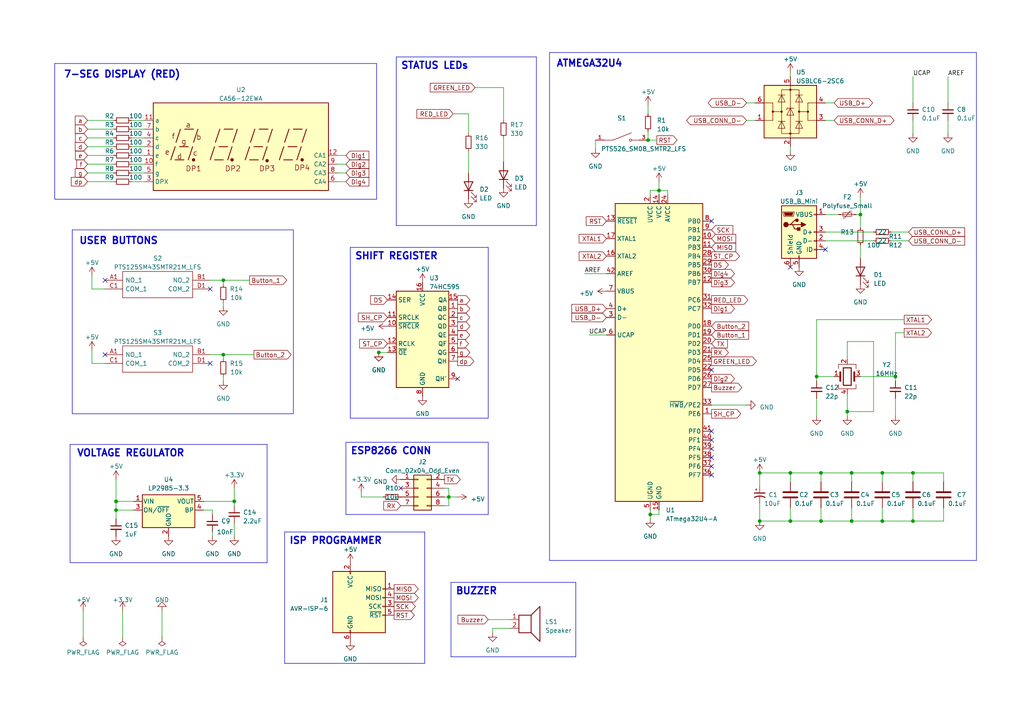
<source format=kicad_sch>
(kicad_sch (version 20230121) (generator eeschema)
  (paper "A4")
  (title_block (title "ATMEGA Kitchen Timer") (date "2023-04-03") (rev "1.0"))
  (junction (at 64.77 81.28))
  (junction (at 67.945 145.415))
  (junction (at 229.235 137.16))
  (junction (at 109.855 102.235))
  (junction (at 220.345 151.13))
  (junction (at 130.175 144.145))
  (junction (at 236.855 109.22))
  (junction (at 238.125 151.13))
  (junction (at 188.595 149.225))
  (junction (at 64.77 102.87))
  (junction (at 238.125 137.16))
  (junction (at 33.655 147.955))
  (junction (at 245.745 119.38))
  (junction (at 220.345 137.16))
  (junction (at 259.715 109.22))
  (junction (at 247.015 151.13))
  (junction (at 191.135 55.245))
  (junction (at 229.235 151.13))
  (junction (at 247.015 137.16))
  (junction (at 264.795 137.16))
  (junction (at 249.555 62.23))
  (junction (at 255.905 137.16))
  (junction (at 33.655 145.415))
  (junction (at 264.795 151.13))
  (junction (at 255.905 151.13))
  (junction (at 187.96 40.64))
  (no_connect (at 30.48 81.28))
  (no_connect (at 116.205 141.605))
  (no_connect (at 206.375 64.135))
  (no_connect (at 60.96 83.82))
  (no_connect (at 132.715 109.855))
  (no_connect (at 206.375 127.635))
  (no_connect (at 206.375 132.715))
  (no_connect (at 206.375 137.795))
  (no_connect (at 206.375 125.095))
  (no_connect (at 206.375 135.255))
  (no_connect (at 206.375 107.315))
  (no_connect (at 30.48 102.87))
  (no_connect (at 206.375 130.175))
  (no_connect (at 239.395 72.39))
  (no_connect (at 60.96 105.41))
  (no_connect (at 229.235 77.47))
  (polyline (pts (xy 15.875 18.415) (xy 109.22 18.415)))
  (wire (pts (xy 104.775 144.145) (xy 111.125 144.145)))
  (wire (pts (xy 236.855 109.22) (xy 236.855 110.49)))
  (polyline (pts (xy 85.09 66.675) (xy 85.09 120.015)))
  (wire (pts (xy 59.055 145.415) (xy 67.945 145.415)))
  (wire (pts (xy 25.4 52.705) (xy 33.02 52.705)))
  (polyline (pts (xy 130.81 168.91) (xy 167.005 168.91)))
  (wire (pts (xy 109.855 102.235) (xy 112.395 102.235)))
  (polyline (pts (xy 114.935 16.51) (xy 155.575 16.51)))
  (wire (pts (xy 264.795 151.13) (xy 255.905 151.13)))
  (wire (pts (xy 142.875 183.515) (xy 142.875 182.245)))
  (wire (pts (xy 97.79 50.165) (xy 100.33 50.165)))
  (polyline (pts (xy 283.21 162.56) (xy 159.385 162.56)))
  (wire (pts (xy 191.135 52.705) (xy 191.135 55.245)))
  (wire (pts (xy 128.905 141.605) (xy 130.175 141.605)))
  (wire (pts (xy 24.13 177.165) (xy 24.13 184.785)))
  (polyline (pts (xy 101.6 71.755) (xy 141.605 71.755)))
  (wire (pts (xy 229.235 151.13) (xy 229.235 147.32)))
  (wire (pts (xy 191.135 55.245) (xy 193.675 55.245)))
  (wire (pts (xy 255.905 137.16) (xy 255.905 139.7)))
  (wire (pts (xy 206.375 117.475) (xy 216.535 117.475)))
  (polyline (pts (xy 109.22 57.785) (xy 15.875 57.785)))
  (wire (pts (xy 253.365 99.06) (xy 253.365 119.38)))
  (wire (pts (xy 137.795 25.4) (xy 146.05 25.4)))
  (polyline (pts (xy 101.6 71.755) (xy 101.6 121.285)))
  (wire (pts (xy 25.4 45.085) (xy 33.02 45.085)))
  (wire (pts (xy 170.815 97.155) (xy 175.895 97.155)))
  (wire (pts (xy 26.67 105.41) (xy 30.48 105.41)))
  (wire (pts (xy 255.905 151.13) (xy 247.015 151.13)))
  (wire (pts (xy 264.795 137.16) (xy 273.685 137.16)))
  (wire (pts (xy 64.77 102.87) (xy 64.77 104.14)))
  (wire (pts (xy 25.4 50.165) (xy 33.02 50.165)))
  (wire (pts (xy 273.685 147.32) (xy 273.685 151.13)))
  (polyline (pts (xy 159.385 15.24) (xy 159.385 162.56)))
  (wire (pts (xy 67.945 145.415) (xy 67.945 146.685)))
  (wire (pts (xy 25.4 47.625) (xy 33.02 47.625)))
  (polyline (pts (xy 85.09 120.015) (xy 20.955 120.015)))
  (wire (pts (xy 33.655 147.955) (xy 33.655 150.495)))
  (wire (pts (xy 46.99 177.165) (xy 46.99 184.785)))
  (wire (pts (xy 264.795 22.225) (xy 264.795 29.845)))
  (wire (pts (xy 64.77 81.28) (xy 64.77 82.55)))
  (wire (pts (xy 191.135 55.245) (xy 191.135 56.515)))
  (wire (pts (xy 60.96 81.28) (xy 64.77 81.28)))
  (wire (pts (xy 248.285 62.23) (xy 249.555 62.23)))
  (wire (pts (xy 135.89 33.02) (xy 135.89 38.735)))
  (wire (pts (xy 25.4 42.545) (xy 33.02 42.545)))
  (polyline (pts (xy 100.33 128.27) (xy 100.33 149.225)))
  (wire (pts (xy 141.605 179.705) (xy 147.955 179.705)))
  (wire (pts (xy 33.655 139.065) (xy 33.655 145.415)))
  (wire (pts (xy 245.745 104.14) (xy 245.745 99.06)))
  (wire (pts (xy 130.175 141.605) (xy 130.175 144.145)))
  (polyline (pts (xy 15.875 18.415) (xy 15.875 57.785)))
  (polyline (pts (xy 123.19 154.305) (xy 123.19 192.405)))
  (polyline (pts (xy 20.32 128.905) (xy 20.32 163.195)))
  (wire (pts (xy 220.345 151.13) (xy 229.235 151.13)))
  (wire (pts (xy 249.555 62.23) (xy 249.555 66.04)))
  (wire (pts (xy 264.795 34.925) (xy 264.795 38.735)))
  (wire (pts (xy 220.345 146.05) (xy 220.345 151.13)))
  (wire (pts (xy 26.67 83.82) (xy 30.48 83.82)))
  (wire (pts (xy 130.175 146.685) (xy 128.905 146.685)))
  (wire (pts (xy 239.395 62.23) (xy 243.205 62.23)))
  (polyline (pts (xy 283.21 15.24) (xy 283.21 162.56)))
  (wire (pts (xy 258.445 67.31) (xy 263.525 67.31)))
  (wire (pts (xy 38.1 45.085) (xy 41.91 45.085)))
  (polyline (pts (xy 20.32 128.905) (xy 77.47 128.905)))
  (wire (pts (xy 146.05 25.4) (xy 146.05 34.925)))
  (wire (pts (xy 229.235 20.955) (xy 229.235 22.225)))
  (wire (pts (xy 238.125 151.13) (xy 229.235 151.13)))
  (wire (pts (xy 38.1 40.005) (xy 41.91 40.005)))
  (wire (pts (xy 188.595 147.955) (xy 188.595 149.225)))
  (wire (pts (xy 245.745 119.38) (xy 253.365 119.38)))
  (polyline (pts (xy 123.19 192.405) (xy 82.55 192.405)))
  (wire (pts (xy 264.795 137.16) (xy 264.795 139.7)))
  (wire (pts (xy 130.175 144.145) (xy 132.715 144.145)))
  (wire (pts (xy 274.955 22.225) (xy 274.955 29.845)))
  (polyline (pts (xy 141.605 121.285) (xy 101.6 121.285)))
  (polyline (pts (xy 109.22 18.415) (xy 109.22 57.785)))
  (wire (pts (xy 135.89 43.815) (xy 135.89 50.165)))
  (wire (pts (xy 38.1 37.465) (xy 41.91 37.465)))
  (polyline (pts (xy 167.005 168.91) (xy 167.005 190.5)))
  (wire (pts (xy 67.945 141.605) (xy 67.945 145.415)))
  (wire (pts (xy 220.345 137.16) (xy 220.345 140.97)))
  (polyline (pts (xy 77.47 163.195) (xy 20.32 163.195)))
  (wire (pts (xy 274.955 34.925) (xy 274.955 38.735)))
  (wire (pts (xy 187.96 38.1) (xy 187.96 40.64)))
  (wire (pts (xy 245.745 99.06) (xy 253.365 99.06)))
  (wire (pts (xy 238.125 137.16) (xy 247.015 137.16)))
  (wire (pts (xy 236.855 115.57) (xy 236.855 120.65)))
  (wire (pts (xy 172.72 40.64) (xy 172.72 43.18)))
  (wire (pts (xy 169.545 79.375) (xy 175.895 79.375)))
  (polyline (pts (xy 141.605 149.225) (xy 100.33 149.225)))
  (wire (pts (xy 239.395 69.85) (xy 253.365 69.85)))
  (wire (pts (xy 245.745 114.3) (xy 245.745 119.38)))
  (wire (pts (xy 258.445 69.85) (xy 263.525 69.85)))
  (polyline (pts (xy 82.55 154.305) (xy 82.55 192.405)))
  (wire (pts (xy 188.595 56.515) (xy 188.595 55.245)))
  (wire (pts (xy 187.96 40.64) (xy 190.5 40.64)))
  (polyline (pts (xy 82.55 154.305) (xy 123.19 154.305)))
  (wire (pts (xy 247.015 137.16) (xy 247.015 139.7)))
  (wire (pts (xy 229.235 137.16) (xy 238.125 137.16)))
  (wire (pts (xy 188.595 55.245) (xy 191.135 55.245)))
  (wire (pts (xy 64.77 102.87) (xy 73.66 102.87)))
  (wire (pts (xy 38.1 50.165) (xy 41.91 50.165)))
  (wire (pts (xy 247.015 151.13) (xy 238.125 151.13)))
  (wire (pts (xy 259.715 109.22) (xy 259.715 110.49)))
  (wire (pts (xy 146.05 40.005) (xy 146.05 46.99)))
  (wire (pts (xy 249.555 109.22) (xy 259.715 109.22)))
  (polyline (pts (xy 20.955 66.675) (xy 85.09 66.675)))
  (wire (pts (xy 229.235 137.16) (xy 220.345 137.16)))
  (wire (pts (xy 26.67 80.01) (xy 26.67 83.82)))
  (wire (pts (xy 229.235 139.7) (xy 229.235 137.16)))
  (wire (pts (xy 216.535 29.845) (xy 219.075 29.845)))
  (wire (pts (xy 188.595 149.225) (xy 188.595 150.495)))
  (wire (pts (xy 130.175 144.145) (xy 130.175 146.685)))
  (wire (pts (xy 191.135 147.955) (xy 191.135 149.225)))
  (wire (pts (xy 33.655 145.415) (xy 33.655 147.955)))
  (wire (pts (xy 236.855 92.71) (xy 262.255 92.71)))
  (wire (pts (xy 259.715 115.57) (xy 259.715 120.65)))
  (wire (pts (xy 60.96 102.87) (xy 64.77 102.87)))
  (wire (pts (xy 259.715 109.22) (xy 259.715 96.52)))
  (wire (pts (xy 38.735 145.415) (xy 33.655 145.415)))
  (wire (pts (xy 259.715 96.52) (xy 262.255 96.52)))
  (wire (pts (xy 142.875 182.245) (xy 147.955 182.245)))
  (wire (pts (xy 25.4 37.465) (xy 33.02 37.465)))
  (wire (pts (xy 131.445 33.02) (xy 135.89 33.02)))
  (wire (pts (xy 238.125 137.16) (xy 238.125 139.7)))
  (wire (pts (xy 97.79 52.705) (xy 100.33 52.705)))
  (wire (pts (xy 128.905 144.145) (xy 130.175 144.145)))
  (wire (pts (xy 59.055 147.955) (xy 61.595 147.955)))
  (wire (pts (xy 104.775 142.875) (xy 104.775 144.145)))
  (wire (pts (xy 97.79 47.625) (xy 100.33 47.625)))
  (wire (pts (xy 193.675 55.245) (xy 193.675 56.515)))
  (wire (pts (xy 273.685 137.16) (xy 273.685 139.7)))
  (polyline (pts (xy 100.33 128.27) (xy 141.605 128.27)))
  (wire (pts (xy 33.655 147.955) (xy 38.735 147.955)))
  (wire (pts (xy 38.1 52.705) (xy 41.91 52.705)))
  (wire (pts (xy 35.56 177.165) (xy 35.56 184.785)))
  (wire (pts (xy 229.235 42.545) (xy 229.235 43.815)))
  (polyline (pts (xy 159.385 15.24) (xy 283.21 15.24)))
  (polyline (pts (xy 155.575 16.51) (xy 155.575 65.405)))
  (wire (pts (xy 64.77 109.22) (xy 64.77 110.49)))
  (wire (pts (xy 26.67 101.6) (xy 26.67 105.41)))
  (wire (pts (xy 216.535 34.925) (xy 219.075 34.925)))
  (wire (pts (xy 67.945 151.765) (xy 67.945 155.575)))
  (wire (pts (xy 239.395 29.845) (xy 241.935 29.845)))
  (wire (pts (xy 64.77 81.28) (xy 72.39 81.28)))
  (wire (pts (xy 255.905 137.16) (xy 264.795 137.16)))
  (wire (pts (xy 191.135 149.225) (xy 188.595 149.225)))
  (wire (pts (xy 61.595 154.305) (xy 61.595 155.575)))
  (wire (pts (xy 61.595 147.955) (xy 61.595 149.225)))
  (wire (pts (xy 264.795 151.13) (xy 264.795 147.32)))
  (wire (pts (xy 255.905 151.13) (xy 255.905 147.32)))
  (wire (pts (xy 247.015 151.13) (xy 247.015 147.32)))
  (polyline (pts (xy 167.005 190.5) (xy 130.81 190.5)))
  (polyline (pts (xy 130.81 168.91) (xy 130.81 190.5)))
  (polyline (pts (xy 141.605 71.755) (xy 141.605 121.285)))
  (polyline (pts (xy 114.935 16.51) (xy 114.935 65.405)))
  (wire (pts (xy 249.555 71.12) (xy 249.555 74.93)))
  (wire (pts (xy 239.395 34.925) (xy 241.935 34.925)))
  (wire (pts (xy 247.015 137.16) (xy 255.905 137.16)))
  (wire (pts (xy 273.685 151.13) (xy 264.795 151.13)))
  (wire (pts (xy 236.855 109.22) (xy 236.855 92.71)))
  (wire (pts (xy 241.935 109.22) (xy 236.855 109.22)))
  (wire (pts (xy 245.745 119.38) (xy 245.745 120.65)))
  (wire (pts (xy 38.1 42.545) (xy 41.91 42.545)))
  (wire (pts (xy 239.395 67.31) (xy 253.365 67.31)))
  (polyline (pts (xy 155.575 65.405) (xy 114.935 65.405)))
  (polyline (pts (xy 20.955 66.675) (xy 20.955 120.015)))
  (polyline (pts (xy 141.605 128.27) (xy 141.605 149.225)))
  (wire (pts (xy 97.79 45.085) (xy 100.33 45.085)))
  (wire (pts (xy 187.96 30.48) (xy 187.96 33.02)))
  (wire (pts (xy 64.77 87.63) (xy 64.77 88.9)))
  (polyline (pts (xy 77.47 128.905) (xy 77.47 163.195)))
  (wire (pts (xy 25.4 34.925) (xy 33.02 34.925)))
  (wire (pts (xy 238.125 151.13) (xy 238.125 147.32)))
  (wire (pts (xy 38.1 47.625) (xy 41.91 47.625)))
  (wire (pts (xy 249.555 57.15) (xy 249.555 62.23)))
  (wire (pts (xy 25.4 40.005) (xy 33.02 40.005)))
  (wire (pts (xy 38.1 34.925) (xy 41.91 34.925)))
  (text "USER BUTTONS" (at 22.86 71.12 0) (effects (font (size 2 2) (thickness 0.4) bold) (justify left bottom)))
  (text "STATUS LEDs" (at 116.205 20.32 0) (effects (font (size 2 2) (thickness 0.4) bold) (justify left bottom)))
  (text "SHIFT REGISTER" (at 102.87 75.565 0) (effects (font (size 2 2) (thickness 0.4) bold) (justify left bottom)))
  (text "VOLTAGE REGULATOR" (at 22.225 132.715 0) (effects (font (size 2 2) (thickness 0.4) bold) (justify left bottom)))
  (text "ESP8266 CONN" (at 101.6 132.08 0) (effects (font (size 2 2) (thickness 0.4) bold) (justify left bottom)))
  (text "BUZZER" (at 132.08 172.72 0) (effects (font (size 2 2) (thickness 0.4) bold) (justify left bottom)))
  (text "7-SEG DISPLAY (RED)" (at 18.415 22.86 0) (effects (font (size 2 2) (thickness 0.4) bold) (justify left bottom)))
  (text "ISP PROGRAMMER" (at 83.82 158.115 0) (effects (font (size 2 2) (thickness 0.4) bold) (justify left bottom)))
  (text "ATMEGA32U4" (at 161.29 19.685 0) (effects (font (size 2 2) (thickness 0.4) bold) (justify left bottom)))
  (label "AREF" (at 274.955 22.225 0))
  (label "UCAP" (at 264.795 22.225 0))
  (label "UCAP" (at 170.815 97.155 0))
  (label "AREF" (at 169.545 79.375 0))
  (global_label "e" (shape output) (at 132.715 97.155 0) (property "Intersheetrefs" "${INTERSHEET_REFS}" (effects hide)))
  (global_label "Dig2" (shape input) (at 100.33 47.625 0) (property "Intersheetrefs" "${INTERSHEET_REFS}" (effects hide)))
  (global_label "USB_D-" (shape bidirectional) (at 216.535 29.845 180) (property "Intersheetrefs" "${INTERSHEET_REFS}" (effects hide)))
  (global_label "c" (shape output) (at 132.715 92.075 0) (property "Intersheetrefs" "${INTERSHEET_REFS}" (effects hide)))
  (global_label "dp" (shape output) (at 132.715 104.775 0) (property "Intersheetrefs" "${INTERSHEET_REFS}" (effects hide)))
  (global_label "XTAL2" (shape input) (at 175.895 74.295 180) (property "Intersheetrefs" "${INTERSHEET_REFS}" (effects hide)))
  (global_label "RX" (shape input) (at 116.205 146.685 180) (property "Intersheetrefs" "${INTERSHEET_REFS}" (effects hide)))
  (global_label "RX" (shape output) (at 206.375 102.235 0) (property "Intersheetrefs" "${INTERSHEET_REFS}" (effects hide)))
  (global_label "RST" (shape output) (at 114.3 178.435 0) (property "Intersheetrefs" "${INTERSHEET_REFS}" (effects hide)))
  (global_label "RST" (shape output) (at 190.5 40.64 0) (property "Intersheetrefs" "${INTERSHEET_REFS}" (effects hide)))
  (global_label "XTAL1" (shape output) (at 262.255 92.71 0) (property "Intersheetrefs" "${INTERSHEET_REFS}" (effects hide)))
  (global_label "c" (shape input) (at 25.4 40.005 180) (property "Intersheetrefs" "${INTERSHEET_REFS}" (effects hide)))
  (global_label "USB_CONN_D-" (shape bidirectional) (at 216.535 34.925 180) (property "Intersheetrefs" "${INTERSHEET_REFS}" (effects hide)))
  (global_label "XTAL1" (shape input) (at 175.895 69.215 180) (property "Intersheetrefs" "${INTERSHEET_REFS}" (effects hide)))
  (global_label "TX" (shape output) (at 128.905 139.065 0) (property "Intersheetrefs" "${INTERSHEET_REFS}" (effects hide)))
  (global_label "b" (shape input) (at 25.4 37.465 180) (property "Intersheetrefs" "${INTERSHEET_REFS}" (effects hide)))
  (global_label "Dig1" (shape input) (at 100.33 45.085 0) (property "Intersheetrefs" "${INTERSHEET_REFS}" (effects hide)))
  (global_label "Buzzer" (shape input) (at 141.605 179.705 180) (property "Intersheetrefs" "${INTERSHEET_REFS}" (effects hide)))
  (global_label "RST" (shape input) (at 175.895 64.135 180) (property "Intersheetrefs" "${INTERSHEET_REFS}" (effects hide)))
  (global_label "SCK" (shape output) (at 114.3 175.895 0) (property "Intersheetrefs" "${INTERSHEET_REFS}" (effects hide)))
  (global_label "RED_LED" (shape output) (at 206.375 86.995 0) (property "Intersheetrefs" "${INTERSHEET_REFS}" (effects hide)))
  (global_label "MISO" (shape input) (at 206.375 71.755 0) (property "Intersheetrefs" "${INTERSHEET_REFS}" (effects hide)))
  (global_label "SCK" (shape input) (at 206.375 66.675 0) (property "Intersheetrefs" "${INTERSHEET_REFS}" (effects hide)))
  (global_label "Button_2" (shape input) (at 206.375 94.615 0) (property "Intersheetrefs" "${INTERSHEET_REFS}" (effects hide)))
  (global_label "USB_D-" (shape input) (at 175.895 92.075 180) (property "Intersheetrefs" "${INTERSHEET_REFS}" (effects hide)))
  (global_label "f" (shape input) (at 25.4 47.625 180) (property "Intersheetrefs" "${INTERSHEET_REFS}" (effects hide)))
  (global_label "d" (shape input) (at 25.4 42.545 180) (property "Intersheetrefs" "${INTERSHEET_REFS}" (effects hide)))
  (global_label "USB_D+" (shape input) (at 175.895 89.535 180) (property "Intersheetrefs" "${INTERSHEET_REFS}" (effects hide)))
  (global_label "Dig1" (shape output) (at 206.375 89.535 0) (property "Intersheetrefs" "${INTERSHEET_REFS}" (effects hide)))
  (global_label "USB_CONN_D-" (shape input) (at 263.525 69.85 0) (property "Intersheetrefs" "${INTERSHEET_REFS}" (effects hide)))
  (global_label "e" (shape input) (at 25.4 45.085 180) (property "Intersheetrefs" "${INTERSHEET_REFS}" (effects hide)))
  (global_label "Dig3" (shape output) (at 206.375 81.915 0) (property "Intersheetrefs" "${INTERSHEET_REFS}" (effects hide)))
  (global_label "SH_CP" (shape input) (at 112.395 92.075 180) (property "Intersheetrefs" "${INTERSHEET_REFS}" (effects hide)))
  (global_label "f" (shape output) (at 132.715 99.695 0) (property "Intersheetrefs" "${INTERSHEET_REFS}" (effects hide)))
  (global_label "a" (shape output) (at 132.715 86.995 0) (property "Intersheetrefs" "${INTERSHEET_REFS}" (effects hide)))
  (global_label "Button_1" (shape output) (at 72.39 81.28 0) (property "Intersheetrefs" "${INTERSHEET_REFS}" (effects hide)))
  (global_label "dp" (shape input) (at 25.4 52.705 180) (property "Intersheetrefs" "${INTERSHEET_REFS}" (effects hide)))
  (global_label "Dig3" (shape input) (at 100.33 50.165 0) (property "Intersheetrefs" "${INTERSHEET_REFS}" (effects hide)))
  (global_label "RED_LED" (shape input) (at 131.445 33.02 180) (property "Intersheetrefs" "${INTERSHEET_REFS}" (effects hide)))
  (global_label "MOSI" (shape output) (at 114.3 173.355 0) (property "Intersheetrefs" "${INTERSHEET_REFS}" (effects hide)))
  (global_label "Dig4" (shape output) (at 206.375 79.375 0) (property "Intersheetrefs" "${INTERSHEET_REFS}" (effects hide)))
  (global_label "d" (shape output) (at 132.715 94.615 0) (property "Intersheetrefs" "${INTERSHEET_REFS}" (effects hide)))
  (global_label "ST_CP" (shape input) (at 112.395 99.695 180) (property "Intersheetrefs" "${INTERSHEET_REFS}" (effects hide)))
  (global_label "Dig2" (shape output) (at 206.375 109.855 0) (property "Intersheetrefs" "${INTERSHEET_REFS}" (effects hide)))
  (global_label "MOSI" (shape input) (at 206.375 69.215 0) (property "Intersheetrefs" "${INTERSHEET_REFS}" (effects hide)))
  (global_label "ST_CP" (shape output) (at 206.375 74.295 0) (property "Intersheetrefs" "${INTERSHEET_REFS}" (effects hide)))
  (global_label "USB_CONN_D+" (shape input) (at 263.525 67.31 0) (property "Intersheetrefs" "${INTERSHEET_REFS}" (effects hide)))
  (global_label "USB_CONN_D+" (shape bidirectional) (at 241.935 34.925 0) (property "Intersheetrefs" "${INTERSHEET_REFS}" (effects hide)))
  (global_label "g" (shape input) (at 25.4 50.165 180) (property "Intersheetrefs" "${INTERSHEET_REFS}" (effects hide)))
  (global_label "Button_2" (shape output) (at 73.66 102.87 0) (property "Intersheetrefs" "${INTERSHEET_REFS}" (effects hide)))
  (global_label "Dig4" (shape input) (at 100.33 52.705 0) (property "Intersheetrefs" "${INTERSHEET_REFS}" (effects hide)))
  (global_label "SH_CP" (shape output) (at 206.375 120.015 0) (property "Intersheetrefs" "${INTERSHEET_REFS}" (effects hide)))
  (global_label "GREEN_LED" (shape input) (at 137.795 25.4 180) (property "Intersheetrefs" "${INTERSHEET_REFS}" (effects hide)))
  (global_label "Button_1" (shape input) (at 206.375 97.155 0) (property "Intersheetrefs" "${INTERSHEET_REFS}" (effects hide)))
  (global_label "g" (shape output) (at 132.715 102.235 0) (property "Intersheetrefs" "${INTERSHEET_REFS}" (effects hide)))
  (global_label "b" (shape output) (at 132.715 89.535 0) (property "Intersheetrefs" "${INTERSHEET_REFS}" (effects hide)))
  (global_label "TX" (shape input) (at 206.375 99.695 0) (property "Intersheetrefs" "${INTERSHEET_REFS}" (effects hide)))
  (global_label "XTAL2" (shape output) (at 262.255 96.52 0) (property "Intersheetrefs" "${INTERSHEET_REFS}" (effects hide)))
  (global_label "GREEN_LED" (shape output) (at 206.375 104.775 0) (property "Intersheetrefs" "${INTERSHEET_REFS}" (effects hide)))
  (global_label "a" (shape input) (at 25.4 34.925 180) (property "Intersheetrefs" "${INTERSHEET_REFS}" (effects hide)))
  (global_label "USB_D+" (shape bidirectional) (at 241.935 29.845 0) (property "Intersheetrefs" "${INTERSHEET_REFS}" (effects hide)))
  (global_label "Buzzer" (shape output) (at 206.375 112.395 0) (property "Intersheetrefs" "${INTERSHEET_REFS}" (effects hide)))
  (global_label "DS" (shape output) (at 206.375 76.835 0) (property "Intersheetrefs" "${INTERSHEET_REFS}" (effects hide)))
  (global_label "MISO" (shape output) (at 114.3 170.815 0) (property "Intersheetrefs" "${INTERSHEET_REFS}" (effects hide)))
  (global_label "DS" (shape input) (at 112.395 86.995 180) (property "Intersheetrefs" "${INTERSHEET_REFS}" (effects hide)))
  (symbol (lib_id "Device:R_Small") (at 35.56 40.005 90) (unit 1)
    (property "Reference" "R4" (at 31.75 38.735 90))
    (property "Value" "100" (at 39.37 38.735 90))
    (property "Footprint" "Resistor_SMD:R_0805_2012Metric" (effects hide))
  )
  (symbol (lib_id "Device:R_Small") (at 113.665 144.145 90) (unit 1)
    (property "Reference" "R10" (at 113.665 141.605 90))
    (property "Value" "10k" (at 113.665 144.145 90))
    (property "Footprint" "Resistor_SMD:R_0805_2012Metric" (effects hide))
  )
  (symbol (lib_id "power:+3.3V") (at 35.56 177.165 0) (unit 1)
    (property "Reference" "#PWR020" (effects hide))
    (property "Value" "+3.3V" (at 35.56 173.99 0))
  )
  (symbol (lib_id "power:GND") (at 249.555 82.55 0) (unit 1)
    (property "Reference" "#PWR026" (effects hide))
    (property "Value" "GND" (at 249.555 87.63 0))
  )
  (symbol (lib_id "power:GND") (at 122.555 114.935 0) (unit 1)
    (property "Reference" "#PWR018" (effects hide))
    (property "Value" "GND" (at 122.555 120.015 0))
  )
  (symbol (lib_id "Device:C_Polarized_Small_US") (at 220.345 143.51 0) (unit 1)
    (property "Reference" "C1" (at 222.885 143.51 0) (effects (justify left)))
    (property "Value" "10uF" (at 221.615 146.05 0) (effects (justify left)))
    (property "Footprint" "Capacitor_SMD:C_0805_2012Metric" (effects hide))
  )
  (symbol (lib_id "power:+3.3V") (at 104.775 142.875 0) (unit 1)
    (property "Reference" "#PWR023" (effects hide))
    (property "Value" "+3.3V" (at 104.775 139.065 0))
  )
  (symbol (lib_id "Power_Protection:USBLC6-2SC6") (at 229.235 32.385 0) (unit 1)
    (property "Reference" "U5" (at 230.8861 20.955 0) (effects (justify left)))
    (property "Value" "USBLC6-2SC6" (at 230.8861 23.495 0) (effects (justify left)))
    (property "Footprint" "Package_TO_SOT_SMD:SOT-23-6" (effects hide))
    (property "Datasheet" "https://www.st.com/resource/en/datasheet/usblc6-2.pdf" (effects hide))
  )
  (symbol (lib_id "Device:C_Small") (at 33.655 153.035 0) (unit 1)
    (property "Reference" "C15" (at 36.195 152.4063 0) (effects (justify left)))
    (property "Value" "1uF" (at 36.195 154.9463 0) (effects (justify left)))
    (property "Footprint" "Capacitor_SMD:C_0603_1608Metric" (effects hide))
  )
  (symbol (lib_id "power:GND") (at 109.855 102.235 0) (unit 1)
    (property "Reference" "#PWR017" (effects hide))
    (property "Value" "GND" (at 109.855 107.315 0))
  )
  (symbol (lib_id "Device:Speaker") (at 153.035 179.705 0) (unit 1)
    (property "Reference" "LS1" (at 158.115 180.34 0) (effects (justify left)))
    (property "Value" "Speaker" (at 158.115 182.88 0) (effects (justify left)))
    (property "Footprint" "Buzzer_Beeper:Buzzer_12x9.5RM7.6" (effects hide))
  )
  (symbol (lib_id "Device:R_Small") (at 255.905 69.85 270) (unit 1)
    (property "Reference" "R12" (at 259.715 71.12 90))
    (property "Value" "22" (at 255.905 69.85 90))
    (property "Footprint" "Resistor_SMD:R_0603_1608Metric" (effects hide))
  )
  (symbol (lib_id "Device:R_Small") (at 187.96 35.56 0) (unit 1)
    (property "Reference" "R1" (at 190.5 34.925 0) (effects (justify left)))
    (property "Value" "10k" (at 190.5 37.465 0) (effects (justify left)))
    (property "Footprint" "Resistor_SMD:R_0603_1608Metric" (effects hide))
  )
  (symbol (lib_id "Display_Character:CA56-12EWA") (at 69.85 42.545 0) (unit 1)
    (property "Reference" "U2" (at 69.85 26.035 0))
    (property "Value" "CA56-12EWA" (at 69.85 28.575 0))
    (property "Footprint" "Display_7Segment:CA56-12EWA" (effects hide))
    (property "Datasheet" "http://www.kingbrightusa.com/images/catalog/SPEC/CA56-12EWA.pdf" (effects hide))
  )
  (symbol (lib_id "power:GND") (at 116.205 139.065 270) (unit 1)
    (property "Reference" "#PWR022" (effects hide))
    (property "Value" "GND" (at 112.395 139.7 90) (effects (justify right)))
  )
  (symbol (lib_id "74xx:74HC595") (at 122.555 97.155 0) (unit 1)
    (property "Reference" "U3" (at 124.5109 80.645 0) (effects (justify left)))
    (property "Value" "74HC595" (at 124.5109 83.185 0) (effects (justify left)))
    (property "Footprint" "Package_SO:TSSOP-16_4.4x5mm_P0.65mm" (effects hide))
    (property "Datasheet" "http://www.ti.com/lit/ds/symlink/sn74hc595.pdf" (effects hide))
  )
  (symbol (lib_id "Device:LED") (at 249.555 78.74 90) (unit 1)
    (property "Reference" "D1" (at 253.365 79.6925 90) (effects (justify right)))
    (property "Value" "LED" (at 253.365 82.2325 90) (effects (justify right)))
    (property "Footprint" "LED_SMD:LED_0805_2012Metric" (effects hide))
  )
  (symbol (lib_id "power:+5V") (at 132.715 144.145 270) (unit 1)
    (property "Reference" "#PWR021" (effects hide))
    (property "Value" "+5V" (at 136.525 144.78 90) (effects (justify left)))
  )
  (symbol (lib_id "power:GND") (at 67.945 155.575 0) (unit 1)
    (property "Reference" "#PWR031" (effects hide))
    (property "Value" "GND" (at 67.945 160.655 0))
  )
  (symbol (lib_id "Device:R_Small") (at 249.555 68.58 180) (unit 1)
    (property "Reference" "R13" (at 245.745 67.31 0))
    (property "Value" "100" (at 253.365 71.12 0))
    (property "Footprint" "Resistor_SMD:R_0805_2012Metric" (effects hide))
  )
  (symbol (lib_id "Device:C_Small") (at 264.795 32.385 0) (unit 1)
    (property "Reference" "C10" (at 267.335 31.7563 0) (effects (justify left)))
    (property "Value" "0.1uF" (at 267.335 34.2963 0) (effects (justify left)))
    (property "Footprint" "Capacitor_SMD:C_0603_1608Metric" (effects hide))
  )
  (symbol (lib_id "power:GND") (at 64.77 110.49 0) (unit 1)
    (property "Reference" "#PWR041" (effects hide))
    (property "Value" "GND" (at 64.77 115.57 0))
  )
  (symbol (lib_id "power:GND") (at 46.99 177.165 180) (unit 1)
    (property "Reference" "#PWR042" (effects hide))
    (property "Value" "GND" (at 46.99 173.99 0))
  )
  (symbol (lib_id "power:GND") (at 264.795 38.735 0) (unit 1)
    (property "Reference" "#PWR03" (effects hide))
    (property "Value" "GND" (at 264.795 43.815 0))
  )
  (symbol (lib_id "Device:C") (at 229.235 143.51 0) (unit 1)
    (property "Reference" "C2" (at 231.775 143.51 0) (effects (justify left)))
    (property "Value" "0.1uF" (at 230.505 146.05 0) (effects (justify left)))
    (property "Footprint" "Capacitor_SMD:C_0603_1608Metric" (effects hide))
  )
  (symbol (lib_id "Device:R_Small") (at 35.56 45.085 90) (unit 1)
    (property "Reference" "R6" (at 31.75 43.815 90))
    (property "Value" "100" (at 39.37 43.815 90))
    (property "Footprint" "Resistor_SMD:R_0805_2012Metric" (effects hide))
  )
  (symbol (lib_id "power:PWR_FLAG") (at 46.99 184.785 180) (unit 1)
    (property "Reference" "#FLG03" (effects hide))
    (property "Value" "PWR_FLAG" (at 46.99 189.23 0))
  )
  (symbol (lib_id "Connector:USB_B_Mini") (at 231.775 67.31 0) (unit 1)
    (property "Reference" "J3" (at 231.775 55.88 0))
    (property "Value" "USB_B_Mini" (at 231.775 58.42 0))
    (property "Footprint" "Connector_USB:USB_Mini-B_Lumberg_2486_01_Horizontal" (effects hide))
  )
  (symbol (lib_id "power:GND") (at 135.89 57.785 0) (unit 1)
    (property "Reference" "#PWR043" (effects hide))
    (property "Value" "GND" (at 135.89 62.865 0))
  )
  (symbol (lib_id "power:GND") (at 236.855 120.65 0) (unit 1)
    (property "Reference" "#PWR07" (effects hide))
    (property "Value" "GND" (at 236.855 125.73 0))
  )
  (symbol (lib_id "PTS526_SMD_Button:PTS526_SM08_SMTR2_LFS") (at 180.34 40.64 0) (unit 1)
    (property "Reference" "S1" (at 180.34 34.29 0))
    (property "Value" "PTS526_SM08_SMTR2_LFS" (at 186.69 43.18 0))
    (property "Footprint" "PTS526_SMD_Button:PTS526_SMD_Button" (effects hide))
    (property "STANDARD" "Manufacturer Recommendations" (effects hide))
    (property "MANUFACTURER" "C&K" (effects hide))
    (property "PARTREV" "20 mar 19" (effects hide))
    (property "MAXIMUM_PACKAGE_HEIGHT" "0.95mm" (effects hide))
  )
  (symbol (lib_id "power:+5V") (at 101.6 163.195 0) (unit 1)
    (property "Reference" "#PWR013" (effects hide))
    (property "Value" "+5V" (at 101.6 159.385 0))
  )
  (symbol (lib_id "power:GND") (at 220.345 151.13 0) (unit 1)
    (property "Reference" "#PWR01" (effects hide))
    (property "Value" "GND" (at 220.345 156.21 0))
  )
  (symbol (lib_id "power:PWR_FLAG") (at 24.13 184.785 180) (unit 1)
    (property "Reference" "#FLG01" (effects hide))
    (property "Value" "PWR_FLAG" (at 24.13 189.23 0))
  )
  (symbol (lib_id "Device:R_Small") (at 35.56 34.925 90) (unit 1)
    (property "Reference" "R2" (at 31.75 33.655 90))
    (property "Value" "100" (at 39.37 33.655 90))
    (property "Footprint" "Resistor_SMD:R_0805_2012Metric" (effects hide))
  )
  (symbol (lib_id "Device:C") (at 247.015 143.51 0) (unit 1)
    (property "Reference" "C4" (at 249.555 143.51 0) (effects (justify left)))
    (property "Value" "0.1uF" (at 248.285 146.05 0) (effects (justify left)))
    (property "Footprint" "Capacitor_SMD:C_0603_1608Metric" (effects hide))
  )
  (symbol (lib_id "power:GND") (at 188.595 150.495 0) (unit 1)
    (property "Reference" "#PWR034" (effects hide))
    (property "Value" "GND" (at 188.595 155.575 0))
  )
  (symbol (lib_id "power:+5V") (at 112.395 94.615 90) (unit 1)
    (property "Reference" "#PWR015" (effects hide))
    (property "Value" "+5V" (at 108.585 95.25 90) (effects (justify left)))
  )
  (symbol (lib_id "power:+5V") (at 229.235 20.955 0) (unit 1)
    (property "Reference" "#PWR010" (effects hide))
    (property "Value" "+5V" (at 229.235 17.145 0))
  )
  (symbol (lib_id "Device:Crystal_GND24") (at 245.745 109.22 0) (unit 1)
    (property "Reference" "Y2" (at 257.175 105.7911 0))
    (property "Value" "16MHz" (at 257.175 108.3311 0))
    (property "Footprint" "Crystal:Crystal_SMD_Abracon_ABM8G-4Pin_3.2x2.5mm" (effects hide))
  )
  (symbol (lib_id "power:GND") (at 61.595 155.575 0) (unit 1)
    (property "Reference" "#PWR032" (effects hide))
    (property "Value" "GND" (at 61.595 160.655 0))
  )
  (symbol (lib_id "Device:R_Small") (at 146.05 37.465 180) (unit 1)
    (property "Reference" "R17" (at 149.86 36.195 0))
    (property "Value" "330" (at 149.86 38.735 0))
    (property "Footprint" "Resistor_SMD:R_0805_2012Metric" (effects hide))
  )
  (symbol (lib_id "power:GND") (at 216.535 117.475 90) (unit 1)
    (property "Reference" "#PWR036" (effects hide))
    (property "Value" "GND" (at 220.345 118.11 90) (effects (justify right)))
  )
  (symbol (lib_id "power:+5V") (at 187.96 30.48 0) (unit 1)
    (property "Reference" "#PWR06" (effects hide))
    (property "Value" "+5V" (at 187.96 26.67 0))
  )
  (symbol (lib_id "Device:R_Small") (at 64.77 106.68 180) (unit 1)
    (property "Reference" "R15" (at 68.58 105.41 0))
    (property "Value" "10k" (at 68.58 107.95 0))
    (property "Footprint" "Resistor_SMD:R_0805_2012Metric" (effects hide))
  )
  (symbol (lib_id "power:+5V") (at 220.345 137.16 0) (unit 1)
    (property "Reference" "#PWR02" (effects hide))
    (property "Value" "+5V" (at 220.345 133.35 0))
  )
  (symbol (lib_id "power:+5V") (at 24.13 177.165 0) (unit 1)
    (property "Reference" "#PWR019" (effects hide))
    (property "Value" "+5V" (at 24.13 173.99 0))
  )
  (symbol (lib_id "Device:R_Small") (at 35.56 47.625 90) (unit 1)
    (property "Reference" "R7" (at 31.75 46.355 90))
    (property "Value" "100" (at 39.37 46.355 90))
    (property "Footprint" "Resistor_SMD:R_0805_2012Metric" (effects hide))
  )
  (symbol (lib_id "power:PWR_FLAG") (at 35.56 184.785 180) (unit 1)
    (property "Reference" "#FLG02" (effects hide))
    (property "Value" "PWR_FLAG" (at 35.56 189.23 0))
  )
  (symbol (lib_id "PTS125_SMD_Button:PTS125SM43SMTR21M_LFS") (at 30.48 102.87 0) (unit 1)
    (property "Reference" "S3" (at 45.72 96.52 0))
    (property "Value" "PTS125SM43SMTR21M_LFS" (at 45.72 99.06 0))
    (property "Footprint" "PTS125_SMD_Button:PTS125_SMD_Button" (effects hide))
    (property "Datasheet" "https://www.ckswitches.com/media/1462/pts125.pdf" (effects hide))
    (property "Description" "Tactile Switches SWITCH TACTILE 50mA @ 12VDC, SPST-NO, Surface Mount, Top Actuated, Gull Wing, 180gf" (effects hide))
    (property "Height" "4.3" (effects hide))
    (property "Manufacturer_Name" "C & K COMPONENTS" (effects hide))
    (property "Manufacturer_Part_Number" "PTS125SM43SMTR21M LFS" (effects hide))
    (property "Mouser Part Number" "611-PTS125S43SMTRLFS" (effects hide))
    (property "Mouser Price/Stock" "https://www.mouser.co.uk/ProductDetail/CK/PTS125SM43SMTR21M-LFS?qs=t7xnP681wgUNXpRGJY2Vkw%3D%3D" (effects hide))
  )
  (symbol (lib_id "Device:LED") (at 135.89 53.975 90) (unit 1)
    (property "Reference" "D2" (at 139.065 54.9275 90) (effects (justify right)))
    (property "Value" "LED" (at 139.065 57.4675 90) (effects (justify right)))
    (property "Footprint" "LED_SMD:LED_0805_2012Metric" (effects hide))
  )
  (symbol (lib_id "Device:R_Small") (at 64.77 85.09 180) (unit 1)
    (property "Reference" "R14" (at 68.58 83.82 0))
    (property "Value" "10k" (at 68.58 86.36 0))
    (property "Footprint" "Resistor_SMD:R_0805_2012Metric" (effects hide))
  )
  (symbol (lib_id "Device:Polyfuse_Small") (at 245.745 62.23 90) (unit 1)
    (property "Reference" "F2" (at 245.745 57.15 90))
    (property "Value" "Polyfuse_Small" (at 245.745 59.69 90))
    (property "Footprint" "Fuse:Fuse_1812_4532Metric" (effects hide))
  )
  (symbol (lib_id "Device:C_Small") (at 236.855 113.03 0) (unit 1)
    (property "Reference" "C12" (at 239.395 112.4013 0) (effects (justify left)))
    (property "Value" "22p" (at 239.395 114.9413 0) (effects (justify left)))
    (property "Footprint" "Capacitor_SMD:C_0603_1608Metric" (effects hide))
  )
  (symbol (lib_id "Device:C_Small") (at 259.715 113.03 0) (unit 1)
    (property "Reference" "C11" (at 262.255 112.4013 0) (effects (justify left)))
    (property "Value" "22p" (at 262.255 114.9413 0) (effects (justify left)))
    (property "Footprint" "Capacitor_SMD:C_0603_1608Metric" (effects hide))
  )
  (symbol (lib_id "Regulator_Linear:LP2985-3.3") (at 48.895 147.955 0) (unit 1)
    (property "Reference" "U4" (at 48.895 139.065 0))
    (property "Value" "LP2985-3.3" (at 48.895 141.605 0))
    (property "Footprint" "Package_TO_SOT_SMD:SOT-23-5" (effects hide))
    (property "Datasheet" "http://www.ti.com/lit/ds/symlink/lp2985.pdf" (effects hide))
  )
  (symbol (lib_id "Device:R_Small") (at 35.56 52.705 90) (unit 1)
    (property "Reference" "R9" (at 31.75 51.435 90))
    (property "Value" "100" (at 39.37 51.435 90))
    (property "Footprint" "Resistor_SMD:R_0805_2012Metric" (effects hide))
  )
  (symbol (lib_id "power:+3.3V") (at 67.945 141.605 0) (unit 1)
    (property "Reference" "#PWR030" (effects hide))
    (property "Value" "+3.3V" (at 67.945 137.795 0))
  )
  (symbol (lib_id "Device:R_Small") (at 135.89 41.275 180) (unit 1)
    (property "Reference" "R16" (at 139.7 40.005 0))
    (property "Value" "330" (at 139.7 42.545 0))
    (property "Footprint" "Resistor_SMD:R_0805_2012Metric" (effects hide))
  )
  (symbol (lib_id "power:+5V") (at 122.555 81.915 0) (unit 1)
    (property "Reference" "#PWR014" (effects hide))
    (property "Value" "+5V" (at 122.555 78.105 0))
  )
  (symbol (lib_id "Device:LED") (at 146.05 50.8 90) (unit 1)
    (property "Reference" "D3" (at 149.225 51.7525 90) (effects (justify right)))
    (property "Value" "LED" (at 149.225 54.2925 90) (effects (justify right)))
    (property "Footprint" "LED_SMD:LED_0805_2012Metric" (effects hide))
  )
  (symbol (lib_id "power:GND") (at 172.72 43.18 0) (unit 1)
    (property "Reference" "#PWR05" (effects hide))
    (property "Value" "GND" (at 172.72 48.26 0))
  )
  (symbol (lib_id "power:GND") (at 64.77 88.9 0) (unit 1)
    (property "Reference" "#PWR040" (effects hide))
    (property "Value" "GND" (at 64.77 93.98 0))
  )
  (symbol (lib_id "Device:C_Small") (at 274.955 32.385 0) (unit 1)
    (property "Reference" "C8" (at 277.495 31.7563 0) (effects (justify left)))
    (property "Value" "0.1uF" (at 277.495 34.2963 0) (effects (justify left)))
    (property "Footprint" "Capacitor_SMD:C_0603_1608Metric" (effects hide))
  )
  (symbol (lib_id "Device:C") (at 273.685 143.51 0) (unit 1)
    (property "Reference" "C7" (at 277.495 143.51 0) (effects (justify left)))
    (property "Value" "0.1uF" (at 274.955 146.05 0) (effects (justify left)))
    (property "Footprint" "Capacitor_SMD:C_0603_1608Metric" (effects hide))
  )
  (symbol (lib_id "power:GND") (at 33.655 155.575 0) (unit 1)
    (property "Reference" "#PWR033" (effects hide))
    (property "Value" "GND" (at 33.655 160.655 0))
  )
  (symbol (lib_id "Device:C") (at 238.125 143.51 0) (unit 1)
    (property "Reference" "C3" (at 240.665 143.51 0) (effects (justify left)))
    (property "Value" "0.1uF" (at 239.395 146.05 0) (effects (justify left)))
    (property "Footprint" "Capacitor_SMD:C_0603_1608Metric" (effects hide))
  )
  (symbol (lib_id "Connector:AVR-ISP-6") (at 104.14 175.895 0) (unit 1)
    (property "Reference" "J1" (at 95.25 173.99 0) (effects (justify right)))
    (property "Value" "AVR-ISP-6" (at 95.25 176.53 0) (effects (justify right)))
    (property "Footprint" "Connector_PinSocket_2.54mm:PinSocket_2x03_P2.54mm_Vertical" (effects hide))
    (property "Datasheet" " ~" (effects hide))
  )
  (symbol (lib_id "Device:C_Small") (at 61.595 151.765 0) (unit 1)
    (property "Reference" "C9" (at 64.135 151.1363 0) (effects (justify left)))
    (property "Value" "10nF" (at 62.865 154.305 0) (effects (justify left)))
    (property "Footprint" "Capacitor_SMD:C_0603_1608Metric" (effects hide))
  )
  (symbol (lib_id "power:GND") (at 48.895 155.575 0) (unit 1)
    (property "Reference" "#PWR028" (effects hide))
    (property "Value" "GND" (at 48.895 160.655 0))
  )
  (symbol (lib_id "power:+5V") (at 26.67 101.6 0) (unit 1)
    (property "Reference" "#PWR039" (effects hide))
    (property "Value" "+5V" (at 26.67 97.79 0))
  )
  (symbol (lib_id "Connector_Generic:Conn_02x04_Odd_Even") (at 121.285 141.605 0) (unit 1)
    (property "Reference" "J2" (at 122.555 133.985 0))
    (property "Value" "Conn_02x04_Odd_Even" (at 122.555 136.525 0))
    (property "Footprint" "Connector_PinSocket_2.54mm:PinSocket_2x04_P2.54mm_Vertical" (effects hide))
  )
  (symbol (lib_id "Device:C") (at 255.905 143.51 0) (unit 1)
    (property "Reference" "C5" (at 258.445 143.51 0) (effects (justify left)))
    (property "Value" "0.1uF" (at 257.175 146.05 0) (effects (justify left)))
    (property "Footprint" "Capacitor_SMD:C_0603_1608Metric" (effects hide))
  )
  (symbol (lib_id "power:+5V") (at 191.135 52.705 0) (unit 1)
    (property "Reference" "#PWR037" (effects hide))
    (property "Value" "+5V" (at 191.135 48.895 0))
  )
  (symbol (lib_id "power:+5V") (at 175.895 84.455 90) (unit 1)
    (property "Reference" "#PWR035" (effects hide))
    (property "Value" "+5V" (at 172.085 85.09 90) (effects (justify left)))
  )
  (symbol (lib_id "power:+5V") (at 33.655 139.065 0) (unit 1)
    (property "Reference" "#PWR029" (effects hide))
    (property "Value" "+5V" (at 33.655 135.255 0))
  )
  (symbol (lib_id "Device:R_Small") (at 35.56 50.165 90) (unit 1)
    (property "Reference" "R8" (at 31.75 48.895 90))
    (property "Value" "100" (at 39.37 48.895 90))
    (property "Footprint" "Resistor_SMD:R_0805_2012Metric" (effects hide))
  )
  (symbol (lib_id "Device:R_Small") (at 255.905 67.31 270) (unit 1)
    (property "Reference" "R11" (at 259.715 68.58 90))
    (property "Value" "22" (at 255.905 67.31 90))
    (property "Footprint" "Resistor_SMD:R_0603_1608Metric" (effects hide))
  )
  (symbol (lib_id "power:GND") (at 229.235 43.815 0) (unit 1)
    (property "Reference" "#PWR011" (effects hide))
    (property "Value" "GND" (at 229.235 48.895 0))
  )
  (symbol (lib_id "Device:C_Small") (at 67.945 149.225 0) (unit 1)
    (property "Reference" "C14" (at 70.485 148.5963 0) (effects (justify left)))
    (property "Value" "2.2uF" (at 70.485 151.1363 0) (effects (justify left)))
    (property "Footprint" "Capacitor_SMD:C_0603_1608Metric" (effects hide))
  )
  (symbol (lib_id "Device:R_Small") (at 35.56 37.465 90) (unit 1)
    (property "Reference" "R3" (at 31.75 36.195 90))
    (property "Value" "100" (at 39.37 36.195 90))
    (property "Footprint" "Resistor_SMD:R_0805_2012Metric" (effects hide))
  )
  (symbol (lib_id "Device:C") (at 264.795 143.51 0) (unit 1)
    (property "Reference" "C6" (at 267.335 143.51 0) (effects (justify left)))
    (property "Value" "0.1uF" (at 266.065 146.05 0) (effects (justify left)))
    (property "Footprint" "Capacitor_SMD:C_0603_1608Metric" (effects hide))
  )
  (symbol (lib_id "power:GND") (at 259.715 120.65 0) (unit 1)
    (property "Reference" "#PWR09" (effects hide))
    (property "Value" "GND" (at 259.715 125.73 0))
  )
  (symbol (lib_id "PTS125_SMD_Button:PTS125SM43SMTR21M_LFS") (at 30.48 81.28 0) (unit 1)
    (property "Reference" "S2" (at 45.72 74.93 0))
    (property "Value" "PTS125SM43SMTR21M_LFS" (at 45.72 77.47 0))
    (property "Footprint" "PTS125_SMD_Button:PTS125_SMD_Button" (effects hide))
    (property "Datasheet" "https://www.ckswitches.com/media/1462/pts125.pdf" (effects hide))
    (property "Description" "Tactile Switches SWITCH TACTILE 50mA @ 12VDC, SPST-NO, Surface Mount, Top Actuated, Gull Wing, 180gf" (effects hide))
    (property "Height" "4.3" (effects hide))
    (property "Manufacturer_Name" "C & K COMPONENTS" (effects hide))
    (property "Manufacturer_Part_Number" "PTS125SM43SMTR21M LFS" (effects hide))
    (property "Mouser Part Number" "611-PTS125S43SMTRLFS" (effects hide))
    (property "Mouser Price/Stock" "https://www.mouser.co.uk/ProductDetail/CK/PTS125SM43SMTR21M-LFS?qs=t7xnP681wgUNXpRGJY2Vkw%3D%3D" (effects hide))
  )
  (symbol (lib_id "power:GND") (at 109.855 102.235 0) (unit 1)
    (property "Reference" "#PWR016" (effects hide))
    (property "Value" "GND" (at 109.855 107.315 0))
  )
  (symbol (lib_id "Device:R_Small") (at 35.56 42.545 90) (unit 1)
    (property "Reference" "R5" (at 31.75 41.275 90))
    (property "Value" "100" (at 39.37 41.275 90))
    (property "Footprint" "Resistor_SMD:R_0805_2012Metric" (effects hide))
  )
  (symbol (lib_id "power:GND") (at 142.875 183.515 0) (unit 1)
    (property "Reference" "#PWR027" (effects hide))
    (property "Value" "GND" (at 142.875 188.595 0))
  )
  (symbol (lib_id "power:GND") (at 274.955 38.735 0) (unit 1)
    (property "Reference" "#PWR04" (effects hide))
    (property "Value" "GND" (at 274.955 43.815 0))
  )
  (symbol (lib_id "power:GND") (at 231.775 77.47 0) (unit 1)
    (property "Reference" "#PWR025" (effects hide))
    (property "Value" "GND" (at 231.775 82.55 0))
  )
  (symbol (lib_id "power:+5V") (at 26.67 80.01 0) (unit 1)
    (property "Reference" "#PWR038" (effects hide))
    (property "Value" "+5V" (at 26.67 76.2 0))
  )
  (symbol (lib_id "power:GND") (at 101.6 186.055 0) (unit 1)
    (property "Reference" "#PWR012" (effects hide))
    (property "Value" "GND" (at 101.6 191.135 0))
  )
  (symbol (lib_id "power:GND") (at 245.745 120.65 0) (unit 1)
    (property "Reference" "#PWR08" (effects hide))
    (property "Value" "GND" (at 245.745 125.73 0))
  )
  (symbol (lib_id "power:+5V") (at 249.555 57.15 0) (unit 1)
    (property "Reference" "#PWR024" (effects hide))
    (property "Value" "+5V" (at 249.555 53.34 0))
  )
  (symbol (lib_id "power:GND") (at 146.05 54.61 0) (unit 1)
    (property "Reference" "#PWR044" (effects hide))
    (property "Value" "GND" (at 146.05 59.69 0))
  )
  (symbol (lib_id "MCU_Microchip_ATmega:ATmega32U4-A") (at 191.135 102.235 0) (unit 1)
    (property "Reference" "U1" (at 193.0909 147.955 0) (effects (justify left)))
    (property "Value" "ATmega32U4-A" (at 193.0909 150.495 0) (effects (justify left)))
    (property "Footprint" "Package_QFP:TQFP-44_10x10mm_P0.8mm" (effects hide))
    (property "Datasheet" "http://ww1.microchip.com/downloads/en/DeviceDoc/Atmel-7766-8-bit-AVR-ATmega16U4-32U4_Datasheet.pdf" (effects hide))
  )
)
</source>
